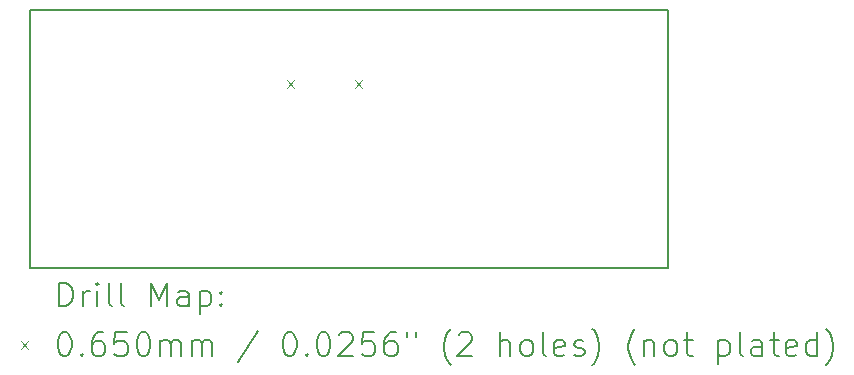
<source format=gbr>
%TF.GenerationSoftware,KiCad,Pcbnew,7.0.6-7.0.6~ubuntu23.04.1*%
%TF.CreationDate,2023-07-23T13:37:16+02:00*%
%TF.ProjectId,CoralWave,436f7261-6c57-4617-9665-2e6b69636164,rev?*%
%TF.SameCoordinates,Original*%
%TF.FileFunction,Drillmap*%
%TF.FilePolarity,Positive*%
%FSLAX45Y45*%
G04 Gerber Fmt 4.5, Leading zero omitted, Abs format (unit mm)*
G04 Created by KiCad (PCBNEW 7.0.6-7.0.6~ubuntu23.04.1) date 2023-07-23 13:37:16*
%MOMM*%
%LPD*%
G01*
G04 APERTURE LIST*
%ADD10C,0.200000*%
%ADD11C,0.065000*%
G04 APERTURE END LIST*
D10*
X9830000Y-4811000D02*
X15235000Y-4811000D01*
X15235000Y-6999000D01*
X9830000Y-6999000D01*
X9830000Y-4811000D01*
D11*
X12005500Y-5405500D02*
X12070500Y-5470500D01*
X12070500Y-5405500D02*
X12005500Y-5470500D01*
X12583500Y-5405500D02*
X12648500Y-5470500D01*
X12648500Y-5405500D02*
X12583500Y-5470500D01*
D10*
X10080777Y-7320484D02*
X10080777Y-7120484D01*
X10080777Y-7120484D02*
X10128396Y-7120484D01*
X10128396Y-7120484D02*
X10156967Y-7130008D01*
X10156967Y-7130008D02*
X10176015Y-7149055D01*
X10176015Y-7149055D02*
X10185539Y-7168103D01*
X10185539Y-7168103D02*
X10195063Y-7206198D01*
X10195063Y-7206198D02*
X10195063Y-7234769D01*
X10195063Y-7234769D02*
X10185539Y-7272865D01*
X10185539Y-7272865D02*
X10176015Y-7291912D01*
X10176015Y-7291912D02*
X10156967Y-7310960D01*
X10156967Y-7310960D02*
X10128396Y-7320484D01*
X10128396Y-7320484D02*
X10080777Y-7320484D01*
X10280777Y-7320484D02*
X10280777Y-7187150D01*
X10280777Y-7225246D02*
X10290301Y-7206198D01*
X10290301Y-7206198D02*
X10299824Y-7196674D01*
X10299824Y-7196674D02*
X10318872Y-7187150D01*
X10318872Y-7187150D02*
X10337920Y-7187150D01*
X10404586Y-7320484D02*
X10404586Y-7187150D01*
X10404586Y-7120484D02*
X10395063Y-7130008D01*
X10395063Y-7130008D02*
X10404586Y-7139531D01*
X10404586Y-7139531D02*
X10414110Y-7130008D01*
X10414110Y-7130008D02*
X10404586Y-7120484D01*
X10404586Y-7120484D02*
X10404586Y-7139531D01*
X10528396Y-7320484D02*
X10509348Y-7310960D01*
X10509348Y-7310960D02*
X10499824Y-7291912D01*
X10499824Y-7291912D02*
X10499824Y-7120484D01*
X10633158Y-7320484D02*
X10614110Y-7310960D01*
X10614110Y-7310960D02*
X10604586Y-7291912D01*
X10604586Y-7291912D02*
X10604586Y-7120484D01*
X10861729Y-7320484D02*
X10861729Y-7120484D01*
X10861729Y-7120484D02*
X10928396Y-7263341D01*
X10928396Y-7263341D02*
X10995063Y-7120484D01*
X10995063Y-7120484D02*
X10995063Y-7320484D01*
X11176015Y-7320484D02*
X11176015Y-7215722D01*
X11176015Y-7215722D02*
X11166491Y-7196674D01*
X11166491Y-7196674D02*
X11147444Y-7187150D01*
X11147444Y-7187150D02*
X11109348Y-7187150D01*
X11109348Y-7187150D02*
X11090301Y-7196674D01*
X11176015Y-7310960D02*
X11156967Y-7320484D01*
X11156967Y-7320484D02*
X11109348Y-7320484D01*
X11109348Y-7320484D02*
X11090301Y-7310960D01*
X11090301Y-7310960D02*
X11080777Y-7291912D01*
X11080777Y-7291912D02*
X11080777Y-7272865D01*
X11080777Y-7272865D02*
X11090301Y-7253817D01*
X11090301Y-7253817D02*
X11109348Y-7244293D01*
X11109348Y-7244293D02*
X11156967Y-7244293D01*
X11156967Y-7244293D02*
X11176015Y-7234769D01*
X11271253Y-7187150D02*
X11271253Y-7387150D01*
X11271253Y-7196674D02*
X11290301Y-7187150D01*
X11290301Y-7187150D02*
X11328396Y-7187150D01*
X11328396Y-7187150D02*
X11347443Y-7196674D01*
X11347443Y-7196674D02*
X11356967Y-7206198D01*
X11356967Y-7206198D02*
X11366491Y-7225246D01*
X11366491Y-7225246D02*
X11366491Y-7282388D01*
X11366491Y-7282388D02*
X11356967Y-7301436D01*
X11356967Y-7301436D02*
X11347443Y-7310960D01*
X11347443Y-7310960D02*
X11328396Y-7320484D01*
X11328396Y-7320484D02*
X11290301Y-7320484D01*
X11290301Y-7320484D02*
X11271253Y-7310960D01*
X11452205Y-7301436D02*
X11461729Y-7310960D01*
X11461729Y-7310960D02*
X11452205Y-7320484D01*
X11452205Y-7320484D02*
X11442682Y-7310960D01*
X11442682Y-7310960D02*
X11452205Y-7301436D01*
X11452205Y-7301436D02*
X11452205Y-7320484D01*
X11452205Y-7196674D02*
X11461729Y-7206198D01*
X11461729Y-7206198D02*
X11452205Y-7215722D01*
X11452205Y-7215722D02*
X11442682Y-7206198D01*
X11442682Y-7206198D02*
X11452205Y-7196674D01*
X11452205Y-7196674D02*
X11452205Y-7215722D01*
D11*
X9755000Y-7616500D02*
X9820000Y-7681500D01*
X9820000Y-7616500D02*
X9755000Y-7681500D01*
D10*
X10118872Y-7540484D02*
X10137920Y-7540484D01*
X10137920Y-7540484D02*
X10156967Y-7550008D01*
X10156967Y-7550008D02*
X10166491Y-7559531D01*
X10166491Y-7559531D02*
X10176015Y-7578579D01*
X10176015Y-7578579D02*
X10185539Y-7616674D01*
X10185539Y-7616674D02*
X10185539Y-7664293D01*
X10185539Y-7664293D02*
X10176015Y-7702388D01*
X10176015Y-7702388D02*
X10166491Y-7721436D01*
X10166491Y-7721436D02*
X10156967Y-7730960D01*
X10156967Y-7730960D02*
X10137920Y-7740484D01*
X10137920Y-7740484D02*
X10118872Y-7740484D01*
X10118872Y-7740484D02*
X10099824Y-7730960D01*
X10099824Y-7730960D02*
X10090301Y-7721436D01*
X10090301Y-7721436D02*
X10080777Y-7702388D01*
X10080777Y-7702388D02*
X10071253Y-7664293D01*
X10071253Y-7664293D02*
X10071253Y-7616674D01*
X10071253Y-7616674D02*
X10080777Y-7578579D01*
X10080777Y-7578579D02*
X10090301Y-7559531D01*
X10090301Y-7559531D02*
X10099824Y-7550008D01*
X10099824Y-7550008D02*
X10118872Y-7540484D01*
X10271253Y-7721436D02*
X10280777Y-7730960D01*
X10280777Y-7730960D02*
X10271253Y-7740484D01*
X10271253Y-7740484D02*
X10261729Y-7730960D01*
X10261729Y-7730960D02*
X10271253Y-7721436D01*
X10271253Y-7721436D02*
X10271253Y-7740484D01*
X10452205Y-7540484D02*
X10414110Y-7540484D01*
X10414110Y-7540484D02*
X10395063Y-7550008D01*
X10395063Y-7550008D02*
X10385539Y-7559531D01*
X10385539Y-7559531D02*
X10366491Y-7588103D01*
X10366491Y-7588103D02*
X10356967Y-7626198D01*
X10356967Y-7626198D02*
X10356967Y-7702388D01*
X10356967Y-7702388D02*
X10366491Y-7721436D01*
X10366491Y-7721436D02*
X10376015Y-7730960D01*
X10376015Y-7730960D02*
X10395063Y-7740484D01*
X10395063Y-7740484D02*
X10433158Y-7740484D01*
X10433158Y-7740484D02*
X10452205Y-7730960D01*
X10452205Y-7730960D02*
X10461729Y-7721436D01*
X10461729Y-7721436D02*
X10471253Y-7702388D01*
X10471253Y-7702388D02*
X10471253Y-7654769D01*
X10471253Y-7654769D02*
X10461729Y-7635722D01*
X10461729Y-7635722D02*
X10452205Y-7626198D01*
X10452205Y-7626198D02*
X10433158Y-7616674D01*
X10433158Y-7616674D02*
X10395063Y-7616674D01*
X10395063Y-7616674D02*
X10376015Y-7626198D01*
X10376015Y-7626198D02*
X10366491Y-7635722D01*
X10366491Y-7635722D02*
X10356967Y-7654769D01*
X10652205Y-7540484D02*
X10556967Y-7540484D01*
X10556967Y-7540484D02*
X10547444Y-7635722D01*
X10547444Y-7635722D02*
X10556967Y-7626198D01*
X10556967Y-7626198D02*
X10576015Y-7616674D01*
X10576015Y-7616674D02*
X10623634Y-7616674D01*
X10623634Y-7616674D02*
X10642682Y-7626198D01*
X10642682Y-7626198D02*
X10652205Y-7635722D01*
X10652205Y-7635722D02*
X10661729Y-7654769D01*
X10661729Y-7654769D02*
X10661729Y-7702388D01*
X10661729Y-7702388D02*
X10652205Y-7721436D01*
X10652205Y-7721436D02*
X10642682Y-7730960D01*
X10642682Y-7730960D02*
X10623634Y-7740484D01*
X10623634Y-7740484D02*
X10576015Y-7740484D01*
X10576015Y-7740484D02*
X10556967Y-7730960D01*
X10556967Y-7730960D02*
X10547444Y-7721436D01*
X10785539Y-7540484D02*
X10804586Y-7540484D01*
X10804586Y-7540484D02*
X10823634Y-7550008D01*
X10823634Y-7550008D02*
X10833158Y-7559531D01*
X10833158Y-7559531D02*
X10842682Y-7578579D01*
X10842682Y-7578579D02*
X10852205Y-7616674D01*
X10852205Y-7616674D02*
X10852205Y-7664293D01*
X10852205Y-7664293D02*
X10842682Y-7702388D01*
X10842682Y-7702388D02*
X10833158Y-7721436D01*
X10833158Y-7721436D02*
X10823634Y-7730960D01*
X10823634Y-7730960D02*
X10804586Y-7740484D01*
X10804586Y-7740484D02*
X10785539Y-7740484D01*
X10785539Y-7740484D02*
X10766491Y-7730960D01*
X10766491Y-7730960D02*
X10756967Y-7721436D01*
X10756967Y-7721436D02*
X10747444Y-7702388D01*
X10747444Y-7702388D02*
X10737920Y-7664293D01*
X10737920Y-7664293D02*
X10737920Y-7616674D01*
X10737920Y-7616674D02*
X10747444Y-7578579D01*
X10747444Y-7578579D02*
X10756967Y-7559531D01*
X10756967Y-7559531D02*
X10766491Y-7550008D01*
X10766491Y-7550008D02*
X10785539Y-7540484D01*
X10937920Y-7740484D02*
X10937920Y-7607150D01*
X10937920Y-7626198D02*
X10947444Y-7616674D01*
X10947444Y-7616674D02*
X10966491Y-7607150D01*
X10966491Y-7607150D02*
X10995063Y-7607150D01*
X10995063Y-7607150D02*
X11014110Y-7616674D01*
X11014110Y-7616674D02*
X11023634Y-7635722D01*
X11023634Y-7635722D02*
X11023634Y-7740484D01*
X11023634Y-7635722D02*
X11033158Y-7616674D01*
X11033158Y-7616674D02*
X11052205Y-7607150D01*
X11052205Y-7607150D02*
X11080777Y-7607150D01*
X11080777Y-7607150D02*
X11099825Y-7616674D01*
X11099825Y-7616674D02*
X11109348Y-7635722D01*
X11109348Y-7635722D02*
X11109348Y-7740484D01*
X11204586Y-7740484D02*
X11204586Y-7607150D01*
X11204586Y-7626198D02*
X11214110Y-7616674D01*
X11214110Y-7616674D02*
X11233158Y-7607150D01*
X11233158Y-7607150D02*
X11261729Y-7607150D01*
X11261729Y-7607150D02*
X11280777Y-7616674D01*
X11280777Y-7616674D02*
X11290301Y-7635722D01*
X11290301Y-7635722D02*
X11290301Y-7740484D01*
X11290301Y-7635722D02*
X11299824Y-7616674D01*
X11299824Y-7616674D02*
X11318872Y-7607150D01*
X11318872Y-7607150D02*
X11347443Y-7607150D01*
X11347443Y-7607150D02*
X11366491Y-7616674D01*
X11366491Y-7616674D02*
X11376015Y-7635722D01*
X11376015Y-7635722D02*
X11376015Y-7740484D01*
X11766491Y-7530960D02*
X11595063Y-7788103D01*
X12023634Y-7540484D02*
X12042682Y-7540484D01*
X12042682Y-7540484D02*
X12061729Y-7550008D01*
X12061729Y-7550008D02*
X12071253Y-7559531D01*
X12071253Y-7559531D02*
X12080777Y-7578579D01*
X12080777Y-7578579D02*
X12090301Y-7616674D01*
X12090301Y-7616674D02*
X12090301Y-7664293D01*
X12090301Y-7664293D02*
X12080777Y-7702388D01*
X12080777Y-7702388D02*
X12071253Y-7721436D01*
X12071253Y-7721436D02*
X12061729Y-7730960D01*
X12061729Y-7730960D02*
X12042682Y-7740484D01*
X12042682Y-7740484D02*
X12023634Y-7740484D01*
X12023634Y-7740484D02*
X12004586Y-7730960D01*
X12004586Y-7730960D02*
X11995063Y-7721436D01*
X11995063Y-7721436D02*
X11985539Y-7702388D01*
X11985539Y-7702388D02*
X11976015Y-7664293D01*
X11976015Y-7664293D02*
X11976015Y-7616674D01*
X11976015Y-7616674D02*
X11985539Y-7578579D01*
X11985539Y-7578579D02*
X11995063Y-7559531D01*
X11995063Y-7559531D02*
X12004586Y-7550008D01*
X12004586Y-7550008D02*
X12023634Y-7540484D01*
X12176015Y-7721436D02*
X12185539Y-7730960D01*
X12185539Y-7730960D02*
X12176015Y-7740484D01*
X12176015Y-7740484D02*
X12166491Y-7730960D01*
X12166491Y-7730960D02*
X12176015Y-7721436D01*
X12176015Y-7721436D02*
X12176015Y-7740484D01*
X12309348Y-7540484D02*
X12328396Y-7540484D01*
X12328396Y-7540484D02*
X12347444Y-7550008D01*
X12347444Y-7550008D02*
X12356967Y-7559531D01*
X12356967Y-7559531D02*
X12366491Y-7578579D01*
X12366491Y-7578579D02*
X12376015Y-7616674D01*
X12376015Y-7616674D02*
X12376015Y-7664293D01*
X12376015Y-7664293D02*
X12366491Y-7702388D01*
X12366491Y-7702388D02*
X12356967Y-7721436D01*
X12356967Y-7721436D02*
X12347444Y-7730960D01*
X12347444Y-7730960D02*
X12328396Y-7740484D01*
X12328396Y-7740484D02*
X12309348Y-7740484D01*
X12309348Y-7740484D02*
X12290301Y-7730960D01*
X12290301Y-7730960D02*
X12280777Y-7721436D01*
X12280777Y-7721436D02*
X12271253Y-7702388D01*
X12271253Y-7702388D02*
X12261729Y-7664293D01*
X12261729Y-7664293D02*
X12261729Y-7616674D01*
X12261729Y-7616674D02*
X12271253Y-7578579D01*
X12271253Y-7578579D02*
X12280777Y-7559531D01*
X12280777Y-7559531D02*
X12290301Y-7550008D01*
X12290301Y-7550008D02*
X12309348Y-7540484D01*
X12452206Y-7559531D02*
X12461729Y-7550008D01*
X12461729Y-7550008D02*
X12480777Y-7540484D01*
X12480777Y-7540484D02*
X12528396Y-7540484D01*
X12528396Y-7540484D02*
X12547444Y-7550008D01*
X12547444Y-7550008D02*
X12556967Y-7559531D01*
X12556967Y-7559531D02*
X12566491Y-7578579D01*
X12566491Y-7578579D02*
X12566491Y-7597627D01*
X12566491Y-7597627D02*
X12556967Y-7626198D01*
X12556967Y-7626198D02*
X12442682Y-7740484D01*
X12442682Y-7740484D02*
X12566491Y-7740484D01*
X12747444Y-7540484D02*
X12652206Y-7540484D01*
X12652206Y-7540484D02*
X12642682Y-7635722D01*
X12642682Y-7635722D02*
X12652206Y-7626198D01*
X12652206Y-7626198D02*
X12671253Y-7616674D01*
X12671253Y-7616674D02*
X12718872Y-7616674D01*
X12718872Y-7616674D02*
X12737920Y-7626198D01*
X12737920Y-7626198D02*
X12747444Y-7635722D01*
X12747444Y-7635722D02*
X12756967Y-7654769D01*
X12756967Y-7654769D02*
X12756967Y-7702388D01*
X12756967Y-7702388D02*
X12747444Y-7721436D01*
X12747444Y-7721436D02*
X12737920Y-7730960D01*
X12737920Y-7730960D02*
X12718872Y-7740484D01*
X12718872Y-7740484D02*
X12671253Y-7740484D01*
X12671253Y-7740484D02*
X12652206Y-7730960D01*
X12652206Y-7730960D02*
X12642682Y-7721436D01*
X12928396Y-7540484D02*
X12890301Y-7540484D01*
X12890301Y-7540484D02*
X12871253Y-7550008D01*
X12871253Y-7550008D02*
X12861729Y-7559531D01*
X12861729Y-7559531D02*
X12842682Y-7588103D01*
X12842682Y-7588103D02*
X12833158Y-7626198D01*
X12833158Y-7626198D02*
X12833158Y-7702388D01*
X12833158Y-7702388D02*
X12842682Y-7721436D01*
X12842682Y-7721436D02*
X12852206Y-7730960D01*
X12852206Y-7730960D02*
X12871253Y-7740484D01*
X12871253Y-7740484D02*
X12909348Y-7740484D01*
X12909348Y-7740484D02*
X12928396Y-7730960D01*
X12928396Y-7730960D02*
X12937920Y-7721436D01*
X12937920Y-7721436D02*
X12947444Y-7702388D01*
X12947444Y-7702388D02*
X12947444Y-7654769D01*
X12947444Y-7654769D02*
X12937920Y-7635722D01*
X12937920Y-7635722D02*
X12928396Y-7626198D01*
X12928396Y-7626198D02*
X12909348Y-7616674D01*
X12909348Y-7616674D02*
X12871253Y-7616674D01*
X12871253Y-7616674D02*
X12852206Y-7626198D01*
X12852206Y-7626198D02*
X12842682Y-7635722D01*
X12842682Y-7635722D02*
X12833158Y-7654769D01*
X13023634Y-7540484D02*
X13023634Y-7578579D01*
X13099825Y-7540484D02*
X13099825Y-7578579D01*
X13395063Y-7816674D02*
X13385539Y-7807150D01*
X13385539Y-7807150D02*
X13366491Y-7778579D01*
X13366491Y-7778579D02*
X13356968Y-7759531D01*
X13356968Y-7759531D02*
X13347444Y-7730960D01*
X13347444Y-7730960D02*
X13337920Y-7683341D01*
X13337920Y-7683341D02*
X13337920Y-7645246D01*
X13337920Y-7645246D02*
X13347444Y-7597627D01*
X13347444Y-7597627D02*
X13356968Y-7569055D01*
X13356968Y-7569055D02*
X13366491Y-7550008D01*
X13366491Y-7550008D02*
X13385539Y-7521436D01*
X13385539Y-7521436D02*
X13395063Y-7511912D01*
X13461729Y-7559531D02*
X13471253Y-7550008D01*
X13471253Y-7550008D02*
X13490301Y-7540484D01*
X13490301Y-7540484D02*
X13537920Y-7540484D01*
X13537920Y-7540484D02*
X13556968Y-7550008D01*
X13556968Y-7550008D02*
X13566491Y-7559531D01*
X13566491Y-7559531D02*
X13576015Y-7578579D01*
X13576015Y-7578579D02*
X13576015Y-7597627D01*
X13576015Y-7597627D02*
X13566491Y-7626198D01*
X13566491Y-7626198D02*
X13452206Y-7740484D01*
X13452206Y-7740484D02*
X13576015Y-7740484D01*
X13814110Y-7740484D02*
X13814110Y-7540484D01*
X13899825Y-7740484D02*
X13899825Y-7635722D01*
X13899825Y-7635722D02*
X13890301Y-7616674D01*
X13890301Y-7616674D02*
X13871253Y-7607150D01*
X13871253Y-7607150D02*
X13842682Y-7607150D01*
X13842682Y-7607150D02*
X13823634Y-7616674D01*
X13823634Y-7616674D02*
X13814110Y-7626198D01*
X14023634Y-7740484D02*
X14004587Y-7730960D01*
X14004587Y-7730960D02*
X13995063Y-7721436D01*
X13995063Y-7721436D02*
X13985539Y-7702388D01*
X13985539Y-7702388D02*
X13985539Y-7645246D01*
X13985539Y-7645246D02*
X13995063Y-7626198D01*
X13995063Y-7626198D02*
X14004587Y-7616674D01*
X14004587Y-7616674D02*
X14023634Y-7607150D01*
X14023634Y-7607150D02*
X14052206Y-7607150D01*
X14052206Y-7607150D02*
X14071253Y-7616674D01*
X14071253Y-7616674D02*
X14080777Y-7626198D01*
X14080777Y-7626198D02*
X14090301Y-7645246D01*
X14090301Y-7645246D02*
X14090301Y-7702388D01*
X14090301Y-7702388D02*
X14080777Y-7721436D01*
X14080777Y-7721436D02*
X14071253Y-7730960D01*
X14071253Y-7730960D02*
X14052206Y-7740484D01*
X14052206Y-7740484D02*
X14023634Y-7740484D01*
X14204587Y-7740484D02*
X14185539Y-7730960D01*
X14185539Y-7730960D02*
X14176015Y-7711912D01*
X14176015Y-7711912D02*
X14176015Y-7540484D01*
X14356968Y-7730960D02*
X14337920Y-7740484D01*
X14337920Y-7740484D02*
X14299825Y-7740484D01*
X14299825Y-7740484D02*
X14280777Y-7730960D01*
X14280777Y-7730960D02*
X14271253Y-7711912D01*
X14271253Y-7711912D02*
X14271253Y-7635722D01*
X14271253Y-7635722D02*
X14280777Y-7616674D01*
X14280777Y-7616674D02*
X14299825Y-7607150D01*
X14299825Y-7607150D02*
X14337920Y-7607150D01*
X14337920Y-7607150D02*
X14356968Y-7616674D01*
X14356968Y-7616674D02*
X14366491Y-7635722D01*
X14366491Y-7635722D02*
X14366491Y-7654769D01*
X14366491Y-7654769D02*
X14271253Y-7673817D01*
X14442682Y-7730960D02*
X14461730Y-7740484D01*
X14461730Y-7740484D02*
X14499825Y-7740484D01*
X14499825Y-7740484D02*
X14518872Y-7730960D01*
X14518872Y-7730960D02*
X14528396Y-7711912D01*
X14528396Y-7711912D02*
X14528396Y-7702388D01*
X14528396Y-7702388D02*
X14518872Y-7683341D01*
X14518872Y-7683341D02*
X14499825Y-7673817D01*
X14499825Y-7673817D02*
X14471253Y-7673817D01*
X14471253Y-7673817D02*
X14452206Y-7664293D01*
X14452206Y-7664293D02*
X14442682Y-7645246D01*
X14442682Y-7645246D02*
X14442682Y-7635722D01*
X14442682Y-7635722D02*
X14452206Y-7616674D01*
X14452206Y-7616674D02*
X14471253Y-7607150D01*
X14471253Y-7607150D02*
X14499825Y-7607150D01*
X14499825Y-7607150D02*
X14518872Y-7616674D01*
X14595063Y-7816674D02*
X14604587Y-7807150D01*
X14604587Y-7807150D02*
X14623634Y-7778579D01*
X14623634Y-7778579D02*
X14633158Y-7759531D01*
X14633158Y-7759531D02*
X14642682Y-7730960D01*
X14642682Y-7730960D02*
X14652206Y-7683341D01*
X14652206Y-7683341D02*
X14652206Y-7645246D01*
X14652206Y-7645246D02*
X14642682Y-7597627D01*
X14642682Y-7597627D02*
X14633158Y-7569055D01*
X14633158Y-7569055D02*
X14623634Y-7550008D01*
X14623634Y-7550008D02*
X14604587Y-7521436D01*
X14604587Y-7521436D02*
X14595063Y-7511912D01*
X14956968Y-7816674D02*
X14947444Y-7807150D01*
X14947444Y-7807150D02*
X14928396Y-7778579D01*
X14928396Y-7778579D02*
X14918872Y-7759531D01*
X14918872Y-7759531D02*
X14909349Y-7730960D01*
X14909349Y-7730960D02*
X14899825Y-7683341D01*
X14899825Y-7683341D02*
X14899825Y-7645246D01*
X14899825Y-7645246D02*
X14909349Y-7597627D01*
X14909349Y-7597627D02*
X14918872Y-7569055D01*
X14918872Y-7569055D02*
X14928396Y-7550008D01*
X14928396Y-7550008D02*
X14947444Y-7521436D01*
X14947444Y-7521436D02*
X14956968Y-7511912D01*
X15033158Y-7607150D02*
X15033158Y-7740484D01*
X15033158Y-7626198D02*
X15042682Y-7616674D01*
X15042682Y-7616674D02*
X15061730Y-7607150D01*
X15061730Y-7607150D02*
X15090301Y-7607150D01*
X15090301Y-7607150D02*
X15109349Y-7616674D01*
X15109349Y-7616674D02*
X15118872Y-7635722D01*
X15118872Y-7635722D02*
X15118872Y-7740484D01*
X15242682Y-7740484D02*
X15223634Y-7730960D01*
X15223634Y-7730960D02*
X15214111Y-7721436D01*
X15214111Y-7721436D02*
X15204587Y-7702388D01*
X15204587Y-7702388D02*
X15204587Y-7645246D01*
X15204587Y-7645246D02*
X15214111Y-7626198D01*
X15214111Y-7626198D02*
X15223634Y-7616674D01*
X15223634Y-7616674D02*
X15242682Y-7607150D01*
X15242682Y-7607150D02*
X15271253Y-7607150D01*
X15271253Y-7607150D02*
X15290301Y-7616674D01*
X15290301Y-7616674D02*
X15299825Y-7626198D01*
X15299825Y-7626198D02*
X15309349Y-7645246D01*
X15309349Y-7645246D02*
X15309349Y-7702388D01*
X15309349Y-7702388D02*
X15299825Y-7721436D01*
X15299825Y-7721436D02*
X15290301Y-7730960D01*
X15290301Y-7730960D02*
X15271253Y-7740484D01*
X15271253Y-7740484D02*
X15242682Y-7740484D01*
X15366492Y-7607150D02*
X15442682Y-7607150D01*
X15395063Y-7540484D02*
X15395063Y-7711912D01*
X15395063Y-7711912D02*
X15404587Y-7730960D01*
X15404587Y-7730960D02*
X15423634Y-7740484D01*
X15423634Y-7740484D02*
X15442682Y-7740484D01*
X15661730Y-7607150D02*
X15661730Y-7807150D01*
X15661730Y-7616674D02*
X15680777Y-7607150D01*
X15680777Y-7607150D02*
X15718873Y-7607150D01*
X15718873Y-7607150D02*
X15737920Y-7616674D01*
X15737920Y-7616674D02*
X15747444Y-7626198D01*
X15747444Y-7626198D02*
X15756968Y-7645246D01*
X15756968Y-7645246D02*
X15756968Y-7702388D01*
X15756968Y-7702388D02*
X15747444Y-7721436D01*
X15747444Y-7721436D02*
X15737920Y-7730960D01*
X15737920Y-7730960D02*
X15718873Y-7740484D01*
X15718873Y-7740484D02*
X15680777Y-7740484D01*
X15680777Y-7740484D02*
X15661730Y-7730960D01*
X15871253Y-7740484D02*
X15852206Y-7730960D01*
X15852206Y-7730960D02*
X15842682Y-7711912D01*
X15842682Y-7711912D02*
X15842682Y-7540484D01*
X16033158Y-7740484D02*
X16033158Y-7635722D01*
X16033158Y-7635722D02*
X16023634Y-7616674D01*
X16023634Y-7616674D02*
X16004587Y-7607150D01*
X16004587Y-7607150D02*
X15966492Y-7607150D01*
X15966492Y-7607150D02*
X15947444Y-7616674D01*
X16033158Y-7730960D02*
X16014111Y-7740484D01*
X16014111Y-7740484D02*
X15966492Y-7740484D01*
X15966492Y-7740484D02*
X15947444Y-7730960D01*
X15947444Y-7730960D02*
X15937920Y-7711912D01*
X15937920Y-7711912D02*
X15937920Y-7692865D01*
X15937920Y-7692865D02*
X15947444Y-7673817D01*
X15947444Y-7673817D02*
X15966492Y-7664293D01*
X15966492Y-7664293D02*
X16014111Y-7664293D01*
X16014111Y-7664293D02*
X16033158Y-7654769D01*
X16099825Y-7607150D02*
X16176015Y-7607150D01*
X16128396Y-7540484D02*
X16128396Y-7711912D01*
X16128396Y-7711912D02*
X16137920Y-7730960D01*
X16137920Y-7730960D02*
X16156968Y-7740484D01*
X16156968Y-7740484D02*
X16176015Y-7740484D01*
X16318873Y-7730960D02*
X16299825Y-7740484D01*
X16299825Y-7740484D02*
X16261730Y-7740484D01*
X16261730Y-7740484D02*
X16242682Y-7730960D01*
X16242682Y-7730960D02*
X16233158Y-7711912D01*
X16233158Y-7711912D02*
X16233158Y-7635722D01*
X16233158Y-7635722D02*
X16242682Y-7616674D01*
X16242682Y-7616674D02*
X16261730Y-7607150D01*
X16261730Y-7607150D02*
X16299825Y-7607150D01*
X16299825Y-7607150D02*
X16318873Y-7616674D01*
X16318873Y-7616674D02*
X16328396Y-7635722D01*
X16328396Y-7635722D02*
X16328396Y-7654769D01*
X16328396Y-7654769D02*
X16233158Y-7673817D01*
X16499825Y-7740484D02*
X16499825Y-7540484D01*
X16499825Y-7730960D02*
X16480777Y-7740484D01*
X16480777Y-7740484D02*
X16442682Y-7740484D01*
X16442682Y-7740484D02*
X16423634Y-7730960D01*
X16423634Y-7730960D02*
X16414111Y-7721436D01*
X16414111Y-7721436D02*
X16404587Y-7702388D01*
X16404587Y-7702388D02*
X16404587Y-7645246D01*
X16404587Y-7645246D02*
X16414111Y-7626198D01*
X16414111Y-7626198D02*
X16423634Y-7616674D01*
X16423634Y-7616674D02*
X16442682Y-7607150D01*
X16442682Y-7607150D02*
X16480777Y-7607150D01*
X16480777Y-7607150D02*
X16499825Y-7616674D01*
X16576015Y-7816674D02*
X16585539Y-7807150D01*
X16585539Y-7807150D02*
X16604587Y-7778579D01*
X16604587Y-7778579D02*
X16614111Y-7759531D01*
X16614111Y-7759531D02*
X16623634Y-7730960D01*
X16623634Y-7730960D02*
X16633158Y-7683341D01*
X16633158Y-7683341D02*
X16633158Y-7645246D01*
X16633158Y-7645246D02*
X16623634Y-7597627D01*
X16623634Y-7597627D02*
X16614111Y-7569055D01*
X16614111Y-7569055D02*
X16604587Y-7550008D01*
X16604587Y-7550008D02*
X16585539Y-7521436D01*
X16585539Y-7521436D02*
X16576015Y-7511912D01*
M02*

</source>
